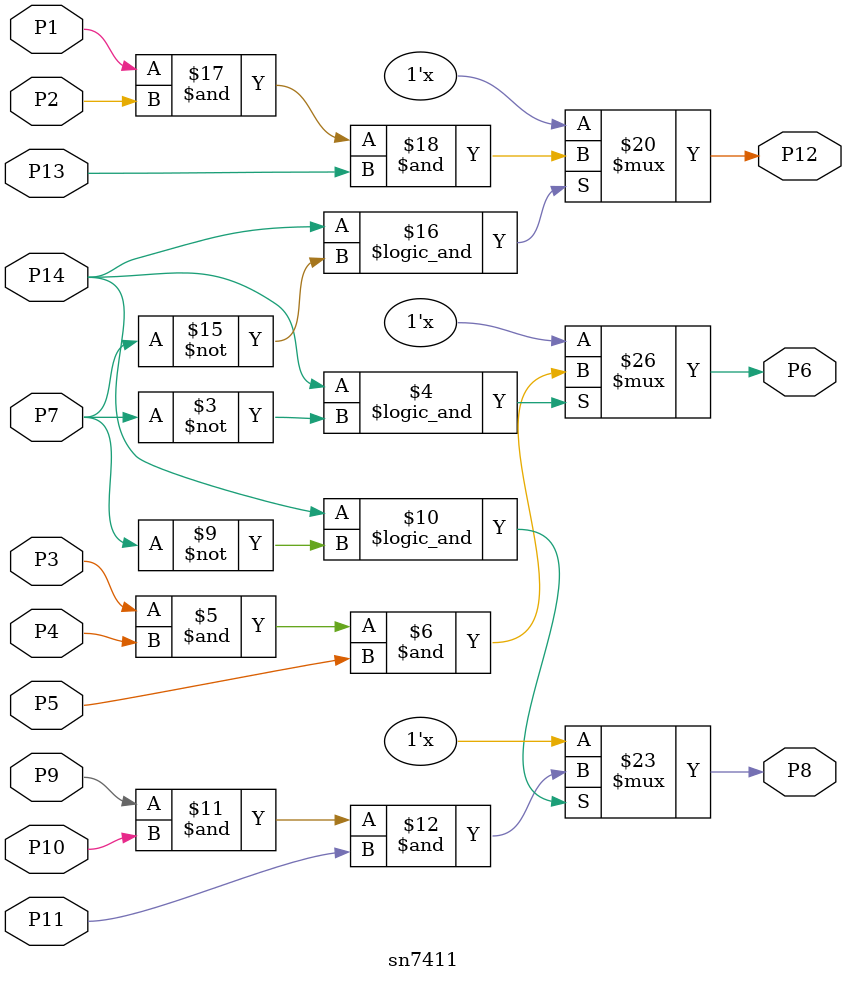
<source format=v>

module sn7411 (P1, P2, P3, P4, P5, P6, P7, P8, P9, P10, P11, P12, P13, P14); 

   output P6, P8, P12;
   input P1, P2, P3, P4, P5, P7, P9, P10, P11, P13, P14;

   reg P6, P8, P12;

   always @(P3, P4, P5, P7, P14) begin

      if ((P14 == 1'b 1) && (P7 == 1'b 0)) begin
         P6 = P3 & P4 & P5;
      end  
   end

   always @(P7, P9, P10, P11, P14) begin

      if ((P14 == 1'b 1) && (P7 == 1'b 0)) begin
         P8 = P9 & P10 & P11;
      end  
   end

   always @(P1, P2, P7, P13, P14) begin

      if ((P14 == 1'b 1) && (P7 == 1'b 0)) begin
         P12 = P1 & P2 & P13;
      end  
   end

endmodule

</source>
